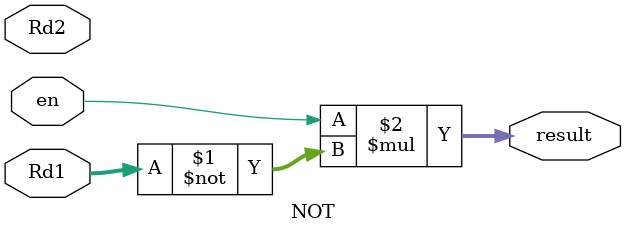
<source format=v>
`timescale 1ns / 1ps


module NOT(
    input en,
    input [3:0]Rd1,
    input [3:0]Rd2,
    output [3:0]result
    );
    
    assign result = en * (~Rd1);        // enable ÀÎ°¡½Ã, NOT operation

endmodule

</source>
